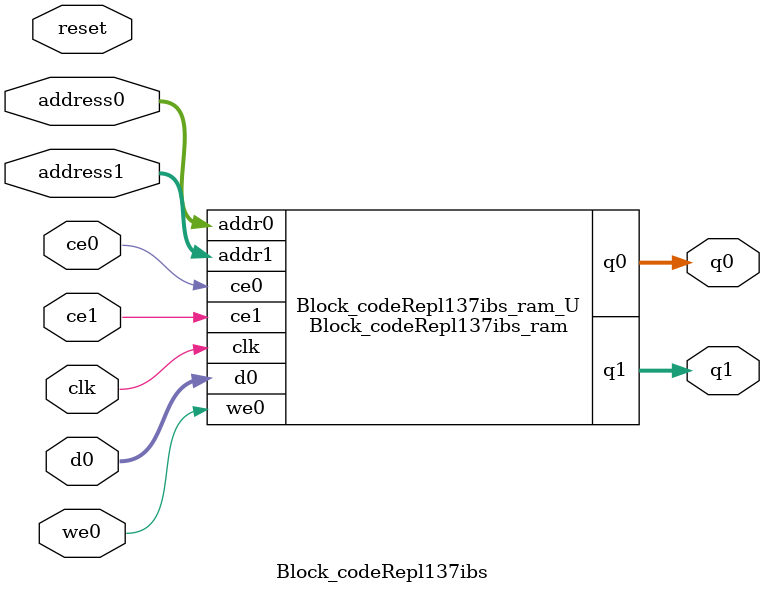
<source format=v>
`timescale 1 ns / 1 ps
module Block_codeRepl137ibs_ram (addr0, ce0, d0, we0, q0, addr1, ce1, q1,  clk);

parameter DWIDTH = 5;
parameter AWIDTH = 20;
parameter MEM_SIZE = 819200;

input[AWIDTH-1:0] addr0;
input ce0;
input[DWIDTH-1:0] d0;
input we0;
output reg[DWIDTH-1:0] q0;
input[AWIDTH-1:0] addr1;
input ce1;
output reg[DWIDTH-1:0] q1;
input clk;

(* ram_style = "block" *)reg [DWIDTH-1:0] ram[0:MEM_SIZE-1];




always @(posedge clk)  
begin 
    if (ce0) begin
        if (we0) 
            ram[addr0] <= d0; 
        q0 <= ram[addr0];
    end
end


always @(posedge clk)  
begin 
    if (ce1) begin
        q1 <= ram[addr1];
    end
end


endmodule

`timescale 1 ns / 1 ps
module Block_codeRepl137ibs(
    reset,
    clk,
    address0,
    ce0,
    we0,
    d0,
    q0,
    address1,
    ce1,
    q1);

parameter DataWidth = 32'd5;
parameter AddressRange = 32'd819200;
parameter AddressWidth = 32'd20;
input reset;
input clk;
input[AddressWidth - 1:0] address0;
input ce0;
input we0;
input[DataWidth - 1:0] d0;
output[DataWidth - 1:0] q0;
input[AddressWidth - 1:0] address1;
input ce1;
output[DataWidth - 1:0] q1;



Block_codeRepl137ibs_ram Block_codeRepl137ibs_ram_U(
    .clk( clk ),
    .addr0( address0 ),
    .ce0( ce0 ),
    .we0( we0 ),
    .d0( d0 ),
    .q0( q0 ),
    .addr1( address1 ),
    .ce1( ce1 ),
    .q1( q1 ));

endmodule


</source>
